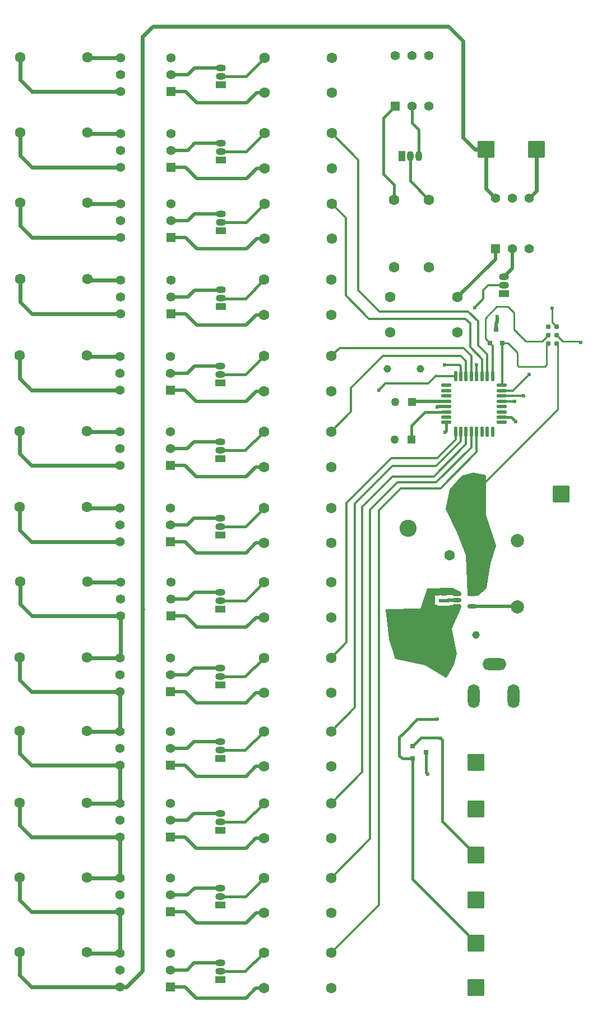
<source format=gbr>
%TF.GenerationSoftware,KiCad,Pcbnew,9.0.7*%
%TF.CreationDate,2026-01-29T13:55:36-08:00*%
%TF.ProjectId,regulator-PCB,72656775-6c61-4746-9f72-2d5043422e6b,rev?*%
%TF.SameCoordinates,Original*%
%TF.FileFunction,Copper,L1,Top*%
%TF.FilePolarity,Positive*%
%FSLAX46Y46*%
G04 Gerber Fmt 4.6, Leading zero omitted, Abs format (unit mm)*
G04 Created by KiCad (PCBNEW 9.0.7) date 2026-01-29 13:55:36*
%MOMM*%
%LPD*%
G01*
G04 APERTURE LIST*
G04 Aperture macros list*
%AMRoundRect*
0 Rectangle with rounded corners*
0 $1 Rounding radius*
0 $2 $3 $4 $5 $6 $7 $8 $9 X,Y pos of 4 corners*
0 Add a 4 corners polygon primitive as box body*
4,1,4,$2,$3,$4,$5,$6,$7,$8,$9,$2,$3,0*
0 Add four circle primitives for the rounded corners*
1,1,$1+$1,$2,$3*
1,1,$1+$1,$4,$5*
1,1,$1+$1,$6,$7*
1,1,$1+$1,$8,$9*
0 Add four rect primitives between the rounded corners*
20,1,$1+$1,$2,$3,$4,$5,0*
20,1,$1+$1,$4,$5,$6,$7,0*
20,1,$1+$1,$6,$7,$8,$9,0*
20,1,$1+$1,$8,$9,$2,$3,0*%
G04 Aperture macros list end*
%TA.AperFunction,ComponentPad*%
%ADD10C,1.600000*%
%TD*%
%TA.AperFunction,ComponentPad*%
%ADD11O,1.500000X1.050000*%
%TD*%
%TA.AperFunction,ComponentPad*%
%ADD12R,1.500000X1.050000*%
%TD*%
%TA.AperFunction,SMDPad,CuDef*%
%ADD13RoundRect,0.125000X-0.125000X-0.625000X0.125000X-0.625000X0.125000X0.625000X-0.125000X0.625000X0*%
%TD*%
%TA.AperFunction,SMDPad,CuDef*%
%ADD14RoundRect,0.125000X-0.625000X-0.125000X0.625000X-0.125000X0.625000X0.125000X-0.625000X0.125000X0*%
%TD*%
%TA.AperFunction,ComponentPad*%
%ADD15RoundRect,0.250000X1.050000X-1.050000X1.050000X1.050000X-1.050000X1.050000X-1.050000X-1.050000X0*%
%TD*%
%TA.AperFunction,ComponentPad*%
%ADD16R,1.400000X1.400000*%
%TD*%
%TA.AperFunction,ComponentPad*%
%ADD17C,1.400000*%
%TD*%
%TA.AperFunction,ComponentPad*%
%ADD18R,1.270000X1.270000*%
%TD*%
%TA.AperFunction,ComponentPad*%
%ADD19C,1.270000*%
%TD*%
%TA.AperFunction,ComponentPad*%
%ADD20C,2.000000*%
%TD*%
%TA.AperFunction,ComponentPad*%
%ADD21RoundRect,0.250000X0.550000X0.550000X-0.550000X0.550000X-0.550000X-0.550000X0.550000X-0.550000X0*%
%TD*%
%TA.AperFunction,SMDPad,CuDef*%
%ADD22R,0.800000X0.800000*%
%TD*%
%TA.AperFunction,ComponentPad*%
%ADD23C,1.150000*%
%TD*%
%TA.AperFunction,ComponentPad*%
%ADD24R,1.050000X1.500000*%
%TD*%
%TA.AperFunction,ComponentPad*%
%ADD25O,1.050000X1.500000*%
%TD*%
%TA.AperFunction,ComponentPad*%
%ADD26O,1.800000X3.600000*%
%TD*%
%TA.AperFunction,ComponentPad*%
%ADD27O,3.600000X1.800000*%
%TD*%
%TA.AperFunction,ConnectorPad*%
%ADD28C,0.787400*%
%TD*%
%TA.AperFunction,ComponentPad*%
%ADD29RoundRect,0.250000X1.050000X1.050000X-1.050000X1.050000X-1.050000X-1.050000X1.050000X-1.050000X0*%
%TD*%
%TA.AperFunction,ComponentPad*%
%ADD30C,2.600000*%
%TD*%
%TA.AperFunction,SMDPad,CuDef*%
%ADD31RoundRect,0.150000X-0.512500X-0.150000X0.512500X-0.150000X0.512500X0.150000X-0.512500X0.150000X0*%
%TD*%
%TA.AperFunction,ViaPad*%
%ADD32C,0.600000*%
%TD*%
%TA.AperFunction,Conductor*%
%ADD33C,0.300000*%
%TD*%
%TA.AperFunction,Conductor*%
%ADD34C,0.500000*%
%TD*%
%TA.AperFunction,Conductor*%
%ADD35C,0.400000*%
%TD*%
%TA.AperFunction,Conductor*%
%ADD36C,0.250000*%
%TD*%
%TA.AperFunction,Conductor*%
%ADD37C,0.600000*%
%TD*%
G04 APERTURE END LIST*
D10*
%TO.P,R2,2*%
%TO.N,Net-(Q14-B)*%
X92620000Y-75240000D03*
%TO.P,R2,1*%
%TO.N,/MinResBit*%
X82460000Y-75240000D03*
%TD*%
D11*
%TO.P,Q14,3,C*%
%TO.N,Net-(Q14-C)*%
X99600000Y-66900000D03*
%TO.P,Q14,2,B*%
%TO.N,Net-(Q14-B)*%
X99600000Y-68170000D03*
D12*
%TO.P,Q14,1,E*%
%TO.N,GND*%
X99600000Y-69440000D03*
%TD*%
D13*
%TO.P,U1,32,PB8*%
%TO.N,/Bit7*%
X92285000Y-81865000D03*
%TO.P,U1,31,PB7*%
%TO.N,/Bit6*%
X93085000Y-81865000D03*
%TO.P,U1,30,PB6*%
%TO.N,/Bit5*%
X93885000Y-81865000D03*
%TO.P,U1,29,PB5*%
%TO.N,/Bit4*%
X94685000Y-81865000D03*
%TO.P,U1,28,PB4*%
%TO.N,/Bit3*%
X95485000Y-81865000D03*
%TO.P,U1,27,PB3*%
%TO.N,/Bit2*%
X96285000Y-81865000D03*
%TO.P,U1,26,PA15*%
%TO.N,/Bit1*%
X97085000Y-81865000D03*
%TO.P,U1,25,PA14-BOOT0*%
%TO.N,Net-(D1-A{slash}K_1)*%
X97885000Y-81865000D03*
D14*
%TO.P,U1,24,PA13*%
%TO.N,Net-(D1-A{slash}K_2)*%
X99260000Y-83240000D03*
%TO.P,U1,23,PA12[PA10]*%
%TO.N,/Bit0*%
X99260000Y-84040000D03*
%TO.P,U1,22,PA11[PA9]*%
%TO.N,/MaxResBit*%
X99260000Y-84840000D03*
%TO.P,U1,21,PA10*%
%TO.N,/MinResBit*%
X99260000Y-85640000D03*
%TO.P,U1,20,PC6*%
%TO.N,unconnected-(U1-PC6-Pad20)*%
X99260000Y-86440000D03*
%TO.P,U1,19,PA9*%
%TO.N,unconnected-(U1-PA9-Pad19)*%
X99260000Y-87240000D03*
%TO.P,U1,18,PA8*%
%TO.N,/rotary-encoder-output*%
X99260000Y-88040000D03*
%TO.P,U1,17,PB2*%
%TO.N,unconnected-(U1-PB2-Pad17)*%
X99260000Y-88840000D03*
D13*
%TO.P,U1,16,PB1*%
%TO.N,unconnected-(U1-PB1-Pad16)*%
X97885000Y-90215000D03*
%TO.P,U1,15,PB0*%
%TO.N,unconnected-(U1-PB0-Pad15)*%
X97085000Y-90215000D03*
%TO.P,U1,14,PA7*%
%TO.N,unconnected-(U1-PA7-Pad14)*%
X96285000Y-90215000D03*
%TO.P,U1,13,PA6*%
%TO.N,/Bit12*%
X95485000Y-90215000D03*
%TO.P,U1,12,PA5*%
%TO.N,/Bit11*%
X94685000Y-90215000D03*
%TO.P,U1,11,PA4*%
%TO.N,/Bit10*%
X93885000Y-90215000D03*
%TO.P,U1,10,PA3*%
%TO.N,/Bit9*%
X93085000Y-90215000D03*
%TO.P,U1,9,PA2*%
%TO.N,/Bit8*%
X92285000Y-90215000D03*
D14*
%TO.P,U1,8,PA1*%
%TO.N,/FootPedalPotOutput*%
X90910000Y-88840000D03*
%TO.P,U1,7,PA0*%
%TO.N,unconnected-(U1-PA0-Pad7)*%
X90910000Y-88040000D03*
%TO.P,U1,6,PF2-NRST*%
%TO.N,Net-(J1-~{RESET})*%
X90910000Y-87240000D03*
%TO.P,U1,5,VSS/VSSA*%
%TO.N,GND*%
X90910000Y-86440000D03*
%TO.P,U1,4,VDD/VDDA*%
%TO.N,+3.3V*%
X90910000Y-85640000D03*
%TO.P,U1,3,PC15-OSCX_OUT*%
%TO.N,unconnected-(U1-PC15-OSCX_OUT-Pad3)*%
X90910000Y-84840000D03*
%TO.P,U1,2,PC14-OSCX_IN*%
%TO.N,unconnected-(U1-PC14-OSCX_IN-Pad2)*%
X90910000Y-84040000D03*
%TO.P,U1,1,PB9*%
%TO.N,unconnected-(U1-PB9-Pad1)*%
X90910000Y-83240000D03*
%TD*%
D10*
%TO.P,R19,1*%
%TO.N,+5V*%
X73500000Y-107030000D03*
%TO.P,R19,2*%
%TO.N,Net-(R19-Pad2)*%
X63340000Y-107030000D03*
%TD*%
D15*
%TO.P,J8,1,Pin_1*%
%TO.N,GND*%
X95400000Y-174100000D03*
%TD*%
D10*
%TO.P,R27,1*%
%TO.N,Net-(Q10-B)*%
X63330000Y-146270000D03*
%TO.P,R27,2*%
%TO.N,/Bit10*%
X73490000Y-146270000D03*
%TD*%
D12*
%TO.P,Q3,1,E*%
%TO.N,GND*%
X56830000Y-59910000D03*
D11*
%TO.P,Q3,2,B*%
%TO.N,Net-(Q3-B)*%
X56830000Y-58640000D03*
%TO.P,Q3,3,C*%
%TO.N,Net-(Q3-C)*%
X56830000Y-57370000D03*
%TD*%
D10*
%TO.P,R37,1*%
%TO.N,/Line-R10*%
X26440000Y-124240000D03*
%TO.P,R37,2*%
%TO.N,/Line-R9*%
X36600000Y-124240000D03*
%TD*%
D12*
%TO.P,Q11,1,E*%
%TO.N,GND*%
X56730000Y-139510000D03*
D11*
%TO.P,Q11,2,B*%
%TO.N,Net-(Q11-B)*%
X56730000Y-138240000D03*
%TO.P,Q11,3,C*%
%TO.N,Net-(Q11-C)*%
X56730000Y-136970000D03*
%TD*%
D10*
%TO.P,R26,1*%
%TO.N,Net-(Q11-B)*%
X63330000Y-135440000D03*
%TO.P,R26,2*%
%TO.N,/Bit9*%
X73490000Y-135440000D03*
%TD*%
D12*
%TO.P,Q7,1,E*%
%TO.N,GND*%
X56740000Y-105800000D03*
D11*
%TO.P,Q7,2,B*%
%TO.N,Net-(Q7-B)*%
X56740000Y-104530000D03*
%TO.P,Q7,3,C*%
%TO.N,Net-(Q7-C)*%
X56740000Y-103260000D03*
%TD*%
D10*
%TO.P,R28,1*%
%TO.N,Net-(Q9-B)*%
X63360000Y-157540000D03*
%TO.P,R28,2*%
%TO.N,/Bit11*%
X73520000Y-157540000D03*
%TD*%
%TO.P,R3,1*%
%TO.N,/Line-R1*%
X26560000Y-33740000D03*
%TO.P,R3,2*%
%TO.N,/Line-R2*%
X36720000Y-33740000D03*
%TD*%
D15*
%TO.P,J10,1,Pin_1*%
%TO.N,+3.3V*%
X95350000Y-160850000D03*
%TD*%
D16*
%TO.P,U7,1*%
%TO.N,Net-(R17-Pad2)*%
X49270000Y-83940000D03*
D17*
%TO.P,U7,2*%
%TO.N,Net-(Q5-C)*%
X49270000Y-81400000D03*
%TO.P,U7,3*%
%TO.N,N/C*%
X49270000Y-78860000D03*
%TO.P,U7,4*%
%TO.N,/Line-R6*%
X41650000Y-78860000D03*
%TO.P,U7,5*%
%TO.N,/Line-NC5*%
X41650000Y-81400000D03*
%TO.P,U7,6*%
%TO.N,/Line-R5*%
X41650000Y-83940000D03*
%TD*%
D10*
%TO.P,R31,1*%
%TO.N,+5V*%
X73490000Y-151570000D03*
%TO.P,R31,2*%
%TO.N,Net-(R31-Pad2)*%
X63330000Y-151570000D03*
%TD*%
%TO.P,R8,1*%
%TO.N,Net-(Q2-B)*%
X63440000Y-45230000D03*
%TO.P,R8,2*%
%TO.N,/Bit1*%
X73600000Y-45230000D03*
%TD*%
%TO.P,R32,1*%
%TO.N,+5V*%
X73490000Y-140740000D03*
%TO.P,R32,2*%
%TO.N,Net-(R32-Pad2)*%
X63330000Y-140740000D03*
%TD*%
D18*
%TO.P,C3,1*%
%TO.N,Net-(J1-~{RESET})*%
X85625000Y-91440000D03*
D19*
%TO.P,C3,2*%
%TO.N,GND*%
X83085000Y-91440000D03*
%TD*%
D12*
%TO.P,Q13,1,E*%
%TO.N,GND*%
X56790000Y-117010000D03*
D11*
%TO.P,Q13,2,B*%
%TO.N,Net-(Q13-B)*%
X56790000Y-115740000D03*
%TO.P,Q13,3,C*%
%TO.N,Net-(Q13-C)*%
X56790000Y-114470000D03*
%TD*%
D16*
%TO.P,U9,1*%
%TO.N,Net-(R19-Pad2)*%
X49250000Y-106830000D03*
D17*
%TO.P,U9,2*%
%TO.N,Net-(Q7-C)*%
X49250000Y-104290000D03*
%TO.P,U9,3*%
%TO.N,N/C*%
X49250000Y-101750000D03*
%TO.P,U9,4*%
%TO.N,/Line-R8*%
X41630000Y-101750000D03*
%TO.P,U9,5*%
%TO.N,/Line-NC7*%
X41630000Y-104290000D03*
%TO.P,U9,6*%
%TO.N,/Line-R7*%
X41630000Y-106830000D03*
%TD*%
D10*
%TO.P,R43,1*%
%TO.N,Net-(Q8-B)*%
X63330000Y-168840000D03*
%TO.P,R43,2*%
%TO.N,/Bit12*%
X73490000Y-168840000D03*
%TD*%
%TO.P,R13,1*%
%TO.N,Net-(Q3-B)*%
X63430000Y-55840000D03*
%TO.P,R13,2*%
%TO.N,/Bit2*%
X73590000Y-55840000D03*
%TD*%
%TO.P,R42,1*%
%TO.N,Net-(R42-Pad1)*%
X83000000Y-55240000D03*
%TO.P,R42,2*%
%TO.N,+5V*%
X83000000Y-65400000D03*
%TD*%
%TO.P,R34,1*%
%TO.N,+5V*%
X73550000Y-118240000D03*
%TO.P,R34,2*%
%TO.N,Net-(R34-Pad2)*%
X63390000Y-118240000D03*
%TD*%
D20*
%TO.P,C4,1*%
%TO.N,Net-(U2-BP)*%
X101640000Y-116640000D03*
%TO.P,C4,2*%
%TO.N,GND*%
X101640000Y-106640000D03*
%TD*%
D10*
%TO.P,R39,1*%
%TO.N,/Line-R12*%
X26450000Y-146170000D03*
%TO.P,R39,2*%
%TO.N,/Line-R11*%
X36610000Y-146170000D03*
%TD*%
D16*
%TO.P,U10,1*%
%TO.N,Net-(R29-Pad2)*%
X49240000Y-173940000D03*
D17*
%TO.P,U10,2*%
%TO.N,Net-(Q8-C)*%
X49240000Y-171400000D03*
%TO.P,U10,3*%
%TO.N,N/C*%
X49240000Y-168860000D03*
%TO.P,U10,4*%
%TO.N,/Line-R13*%
X41620000Y-168860000D03*
%TO.P,U10,5*%
%TO.N,/Line-NC12*%
X41620000Y-171400000D03*
%TO.P,U10,6*%
%TO.N,/Line-R-In*%
X41620000Y-173940000D03*
%TD*%
D21*
%TO.P,C5,1*%
%TO.N,+3.3V*%
X96390000Y-108890000D03*
D10*
%TO.P,C5,2*%
%TO.N,GND*%
X91390000Y-108890000D03*
%TD*%
D22*
%TO.P,D1,1,A/K_1*%
%TO.N,Net-(D1-A{slash}K_1)*%
X97490000Y-76860000D03*
%TO.P,D1,2,A/K_2*%
%TO.N,Net-(D1-A{slash}K_2)*%
X99390000Y-76860000D03*
%TO.P,D1,3,COM_A*%
%TO.N,GND*%
X98440000Y-74840000D03*
%TD*%
D10*
%TO.P,R15,1*%
%TO.N,Net-(Q5-B)*%
X63360000Y-78840000D03*
%TO.P,R15,2*%
%TO.N,/Bit4*%
X73520000Y-78840000D03*
%TD*%
D16*
%TO.P,U12,1*%
%TO.N,Net-(R31-Pad2)*%
X49240000Y-151370000D03*
D17*
%TO.P,U12,2*%
%TO.N,Net-(Q10-C)*%
X49240000Y-148830000D03*
%TO.P,U12,3*%
%TO.N,N/C*%
X49240000Y-146290000D03*
%TO.P,U12,4*%
%TO.N,/Line-R11*%
X41620000Y-146290000D03*
%TO.P,U12,5*%
%TO.N,/Line-NC10*%
X41620000Y-148830000D03*
%TO.P,U12,6*%
%TO.N,/Line-R12*%
X41620000Y-151370000D03*
%TD*%
D12*
%TO.P,Q2,1,E*%
%TO.N,GND*%
X56840000Y-49280000D03*
D11*
%TO.P,Q2,2,B*%
%TO.N,Net-(Q2-B)*%
X56840000Y-48010000D03*
%TO.P,Q2,3,C*%
%TO.N,Net-(Q2-C)*%
X56840000Y-46740000D03*
%TD*%
D12*
%TO.P,Q10,1,E*%
%TO.N,GND*%
X56730000Y-150340000D03*
D11*
%TO.P,Q10,2,B*%
%TO.N,Net-(Q10-B)*%
X56730000Y-149070000D03*
%TO.P,Q10,3,C*%
%TO.N,Net-(Q10-C)*%
X56730000Y-147800000D03*
%TD*%
D10*
%TO.P,R1,1*%
%TO.N,+5V*%
X73600000Y-39140000D03*
%TO.P,R1,2*%
%TO.N,Net-(R1-Pad2)*%
X63440000Y-39140000D03*
%TD*%
%TO.P,R16,1*%
%TO.N,/Line-R5*%
X26480000Y-78740000D03*
%TO.P,R16,2*%
%TO.N,/Line-R6*%
X36640000Y-78740000D03*
%TD*%
D15*
%TO.P,J9,1,Pin_1*%
%TO.N,/rotary-encoder-output*%
X95400000Y-167350000D03*
%TD*%
D10*
%TO.P,R14,1*%
%TO.N,Net-(Q4-B)*%
X63390000Y-67340000D03*
%TO.P,R14,2*%
%TO.N,/Bit3*%
X73550000Y-67340000D03*
%TD*%
%TO.P,R20,1*%
%TO.N,/Line-R6*%
X26450000Y-90140000D03*
%TO.P,R20,2*%
%TO.N,/Line-R7*%
X36610000Y-90140000D03*
%TD*%
D12*
%TO.P,Q5,1,E*%
%TO.N,GND*%
X56740000Y-82880000D03*
D11*
%TO.P,Q5,2,B*%
%TO.N,Net-(Q5-B)*%
X56740000Y-81610000D03*
%TO.P,Q5,3,C*%
%TO.N,Net-(Q5-C)*%
X56740000Y-80340000D03*
%TD*%
D10*
%TO.P,R18,1*%
%TO.N,+5V*%
X73490000Y-95540000D03*
%TO.P,R18,2*%
%TO.N,Net-(R18-Pad2)*%
X63330000Y-95540000D03*
%TD*%
D23*
%TO.P,C2,1*%
%TO.N,+3.3V*%
X87000000Y-80800000D03*
%TO.P,C2,2*%
%TO.N,GND*%
X82000000Y-80800000D03*
%TD*%
D12*
%TO.P,Q1,1,E*%
%TO.N,GND*%
X56840000Y-37910000D03*
D11*
%TO.P,Q1,2,B*%
%TO.N,Net-(Q1-B)*%
X56840000Y-36640000D03*
%TO.P,Q1,3,C*%
%TO.N,Net-(Q1-C)*%
X56840000Y-35370000D03*
%TD*%
D12*
%TO.P,Q9,1,E*%
%TO.N,GND*%
X56760000Y-161610000D03*
D11*
%TO.P,Q9,2,B*%
%TO.N,Net-(Q9-B)*%
X56760000Y-160340000D03*
%TO.P,Q9,3,C*%
%TO.N,Net-(Q9-C)*%
X56760000Y-159070000D03*
%TD*%
D16*
%TO.P,U13,1*%
%TO.N,Net-(R32-Pad2)*%
X49240000Y-140540000D03*
D17*
%TO.P,U13,2*%
%TO.N,Net-(Q11-C)*%
X49240000Y-138000000D03*
%TO.P,U13,3*%
%TO.N,N/C*%
X49240000Y-135460000D03*
%TO.P,U13,4*%
%TO.N,/Line-R10*%
X41620000Y-135460000D03*
%TO.P,U13,5*%
%TO.N,/Line-NC15*%
X41620000Y-138000000D03*
%TO.P,U13,6*%
%TO.N,/Line-R11*%
X41620000Y-140540000D03*
%TD*%
D16*
%TO.P,U11,1*%
%TO.N,Net-(R30-Pad2)*%
X49270000Y-162640000D03*
D17*
%TO.P,U11,2*%
%TO.N,Net-(Q9-C)*%
X49270000Y-160100000D03*
%TO.P,U11,3*%
%TO.N,N/C*%
X49270000Y-157560000D03*
%TO.P,U11,4*%
%TO.N,/Line-R12*%
X41650000Y-157560000D03*
%TO.P,U11,5*%
%TO.N,/Line-NC11*%
X41650000Y-160100000D03*
%TO.P,U11,6*%
%TO.N,/Line-R13*%
X41650000Y-162640000D03*
%TD*%
D18*
%TO.P,C1,1*%
%TO.N,+3.3V*%
X85725000Y-85740000D03*
D19*
%TO.P,C1,2*%
%TO.N,GND*%
X83185000Y-85740000D03*
%TD*%
D10*
%TO.P,R21,1*%
%TO.N,/Line-R7*%
X26460000Y-101630000D03*
%TO.P,R21,2*%
%TO.N,/Line-R8*%
X36620000Y-101630000D03*
%TD*%
%TO.P,R23,1*%
%TO.N,Net-(Q7-B)*%
X63340000Y-101730000D03*
%TO.P,R23,2*%
%TO.N,/Bit6*%
X73500000Y-101730000D03*
%TD*%
%TO.P,R33,1*%
%TO.N,+5V*%
X73490000Y-129640000D03*
%TO.P,R33,2*%
%TO.N,Net-(R33-Pad2)*%
X63330000Y-129640000D03*
%TD*%
D24*
%TO.P,Q15,1,E*%
%TO.N,GND*%
X84230000Y-48640000D03*
D25*
%TO.P,Q15,2,B*%
%TO.N,Net-(Q15-B)*%
X85500000Y-48640000D03*
%TO.P,Q15,3,C*%
%TO.N,Net-(Q15-C)*%
X86770000Y-48640000D03*
%TD*%
D15*
%TO.P,J5,1,Pin_1*%
%TO.N,+3.3V*%
X95350000Y-147100000D03*
%TD*%
D10*
%TO.P,R38,1*%
%TO.N,/Line-R11*%
X26450000Y-135340000D03*
%TO.P,R38,2*%
%TO.N,/Line-R10*%
X36610000Y-135340000D03*
%TD*%
D26*
%TO.P,J2,1*%
%TO.N,+5V*%
X95027500Y-130115000D03*
%TO.P,J2,2*%
%TO.N,GND*%
X101027500Y-130115000D03*
D27*
%TO.P,J2,3*%
%TO.N,unconnected-(J2-Pad3)*%
X98127500Y-125315000D03*
%TD*%
D16*
%TO.P,U17,1*%
%TO.N,Net-(R42-Pad1)*%
X83200000Y-41150000D03*
D17*
%TO.P,U17,2*%
%TO.N,Net-(Q15-C)*%
X85740000Y-41150000D03*
%TO.P,U17,3*%
%TO.N,N/C*%
X88280000Y-41150000D03*
%TO.P,U17,4*%
%TO.N,/Line-R1*%
X88280000Y-33530000D03*
%TO.P,U17,5*%
%TO.N,/Line-NC13*%
X85740000Y-33530000D03*
%TO.P,U17,6*%
%TO.N,/Line-R-Out*%
X83200000Y-33530000D03*
%TD*%
D10*
%TO.P,R7,1*%
%TO.N,Net-(Q1-B)*%
X63440000Y-33840000D03*
%TO.P,R7,2*%
%TO.N,/Bit0*%
X73600000Y-33840000D03*
%TD*%
%TO.P,R5,1*%
%TO.N,+5V*%
X73600000Y-50530000D03*
%TO.P,R5,2*%
%TO.N,Net-(R5-Pad2)*%
X63440000Y-50530000D03*
%TD*%
%TO.P,R25,1*%
%TO.N,Net-(Q12-B)*%
X63330000Y-124340000D03*
%TO.P,R25,2*%
%TO.N,/Bit8*%
X73490000Y-124340000D03*
%TD*%
D28*
%TO.P,J1,1,VCC*%
%TO.N,+3.3V*%
X107540000Y-76940000D03*
%TO.P,J1,2,SWDIO*%
%TO.N,Net-(D1-A{slash}K_2)*%
X106270000Y-76940000D03*
%TO.P,J1,3,~{RESET}*%
%TO.N,Net-(J1-~{RESET})*%
X107540000Y-75670000D03*
%TO.P,J1,4,SWCLK*%
%TO.N,Net-(D1-A{slash}K_1)*%
X106270000Y-75670000D03*
%TO.P,J1,5,GND*%
%TO.N,GND*%
X107540000Y-74400000D03*
%TO.P,J1,6,SWO*%
%TO.N,unconnected-(J1-SWO-Pad6)*%
X106270000Y-74400000D03*
%TD*%
D10*
%TO.P,R12,1*%
%TO.N,/Line-R4*%
X26510000Y-67240000D03*
%TO.P,R12,2*%
%TO.N,/Line-R5*%
X36670000Y-67240000D03*
%TD*%
D29*
%TO.P,J6,1,Pin_1*%
%TO.N,/Line-R-In*%
X96940000Y-47690000D03*
%TD*%
D10*
%TO.P,R9,1*%
%TO.N,+5V*%
X73590000Y-61140000D03*
%TO.P,R9,2*%
%TO.N,Net-(R9-Pad2)*%
X63430000Y-61140000D03*
%TD*%
D16*
%TO.P,U4,1*%
%TO.N,Net-(R5-Pad2)*%
X49350000Y-50330000D03*
D17*
%TO.P,U4,2*%
%TO.N,Net-(Q2-C)*%
X49350000Y-47790000D03*
%TO.P,U4,3*%
%TO.N,N/C*%
X49350000Y-45250000D03*
%TO.P,U4,4*%
%TO.N,/Line-R3*%
X41730000Y-45250000D03*
%TO.P,U4,5*%
%TO.N,/Line-NC2*%
X41730000Y-47790000D03*
%TO.P,U4,6*%
%TO.N,/Line-R2*%
X41730000Y-50330000D03*
%TD*%
D16*
%TO.P,U16,1*%
%TO.N,Net-(R35-Pad1)*%
X98350000Y-62650000D03*
D17*
%TO.P,U16,2*%
%TO.N,Net-(Q14-C)*%
X100890000Y-62650000D03*
%TO.P,U16,3*%
%TO.N,N/C*%
X103430000Y-62650000D03*
%TO.P,U16,4*%
%TO.N,/Line-R-Out*%
X103430000Y-55030000D03*
%TO.P,U16,5*%
%TO.N,/Line-NC14*%
X100890000Y-55030000D03*
%TO.P,U16,6*%
%TO.N,/Line-R-In*%
X98350000Y-55030000D03*
%TD*%
D15*
%TO.P,J3,1,Pin_1*%
%TO.N,/FootPedalPotOutput*%
X95350000Y-154100000D03*
%TD*%
D12*
%TO.P,Q12,1,E*%
%TO.N,GND*%
X56730000Y-128410000D03*
D11*
%TO.P,Q12,2,B*%
%TO.N,Net-(Q12-B)*%
X56730000Y-127140000D03*
%TO.P,Q12,3,C*%
%TO.N,Net-(Q12-C)*%
X56730000Y-125870000D03*
%TD*%
D22*
%TO.P,D2,1,A/K_1*%
%TO.N,/FootPedalPotOutput*%
X85790000Y-137650000D03*
%TO.P,D2,2,A/K_2*%
%TO.N,/rotary-encoder-output*%
X85790000Y-139550000D03*
%TO.P,D2,3,COM_A*%
%TO.N,GND*%
X87810000Y-138600000D03*
%TD*%
D10*
%TO.P,R22,1*%
%TO.N,Net-(Q6-B)*%
X63330000Y-90240000D03*
%TO.P,R22,2*%
%TO.N,/Bit5*%
X73490000Y-90240000D03*
%TD*%
%TO.P,R10,1*%
%TO.N,+5V*%
X73550000Y-72640000D03*
%TO.P,R10,2*%
%TO.N,Net-(R10-Pad2)*%
X63390000Y-72640000D03*
%TD*%
D16*
%TO.P,U8,1*%
%TO.N,Net-(R18-Pad2)*%
X49240000Y-95340000D03*
D17*
%TO.P,U8,2*%
%TO.N,Net-(Q6-C)*%
X49240000Y-92800000D03*
%TO.P,U8,3*%
%TO.N,N/C*%
X49240000Y-90260000D03*
%TO.P,U8,4*%
%TO.N,/Line-R7*%
X41620000Y-90260000D03*
%TO.P,U8,5*%
%TO.N,/Line-NC6*%
X41620000Y-92800000D03*
%TO.P,U8,6*%
%TO.N,/Line-R6*%
X41620000Y-95340000D03*
%TD*%
D29*
%TO.P,D4,1,A1*%
%TO.N,GND*%
X108260000Y-99640000D03*
D30*
%TO.P,D4,2,A2*%
%TO.N,+3.3V*%
X93020000Y-99640000D03*
%TD*%
D15*
%TO.P,J4,1,Pin_1*%
%TO.N,GND*%
X95350000Y-140100000D03*
%TD*%
D10*
%TO.P,R29,1*%
%TO.N,+5V*%
X73490000Y-174140000D03*
%TO.P,R29,2*%
%TO.N,Net-(R29-Pad2)*%
X63330000Y-174140000D03*
%TD*%
D16*
%TO.P,U14,1*%
%TO.N,Net-(R33-Pad2)*%
X49240000Y-129440000D03*
D17*
%TO.P,U14,2*%
%TO.N,Net-(Q12-C)*%
X49240000Y-126900000D03*
%TO.P,U14,3*%
%TO.N,N/C*%
X49240000Y-124360000D03*
%TO.P,U14,4*%
%TO.N,/Line-R9*%
X41620000Y-124360000D03*
%TO.P,U14,5*%
%TO.N,/Line-NC9*%
X41620000Y-126900000D03*
%TO.P,U14,6*%
%TO.N,/Line-R10*%
X41620000Y-129440000D03*
%TD*%
D15*
%TO.P,D3,1,A1*%
%TO.N,+5V*%
X85140000Y-120010000D03*
D30*
%TO.P,D3,2,A2*%
%TO.N,GND*%
X85140000Y-104770000D03*
%TD*%
D10*
%TO.P,R36,1*%
%TO.N,/Line-R9*%
X26540000Y-112840000D03*
%TO.P,R36,2*%
%TO.N,/Line-R8*%
X36700000Y-112840000D03*
%TD*%
D16*
%TO.P,U6,1*%
%TO.N,Net-(R10-Pad2)*%
X49300000Y-72440000D03*
D17*
%TO.P,U6,2*%
%TO.N,Net-(Q4-C)*%
X49300000Y-69900000D03*
%TO.P,U6,3*%
%TO.N,N/C*%
X49300000Y-67360000D03*
%TO.P,U6,4*%
%TO.N,/Line-R5*%
X41680000Y-67360000D03*
%TO.P,U6,5*%
%TO.N,/Line-NC4*%
X41680000Y-69900000D03*
%TO.P,U6,6*%
%TO.N,/Line-R4*%
X41680000Y-72440000D03*
%TD*%
D12*
%TO.P,Q6,1,E*%
%TO.N,GND*%
X56730000Y-94310000D03*
D11*
%TO.P,Q6,2,B*%
%TO.N,Net-(Q6-B)*%
X56730000Y-93040000D03*
%TO.P,Q6,3,C*%
%TO.N,Net-(Q6-C)*%
X56730000Y-91770000D03*
%TD*%
D31*
%TO.P,U2,1,VIN*%
%TO.N,+5V*%
X92502500Y-114690000D03*
%TO.P,U2,2,GND*%
%TO.N,GND*%
X92502500Y-115640000D03*
%TO.P,U2,3,ON/~{OFF}*%
%TO.N,+5V*%
X92502500Y-116590000D03*
%TO.P,U2,4,BP*%
%TO.N,Net-(U2-BP)*%
X94777500Y-116590000D03*
%TO.P,U2,5,VOUT*%
%TO.N,+3.3V*%
X94777500Y-114690000D03*
%TD*%
D10*
%TO.P,R35,1*%
%TO.N,Net-(R35-Pad1)*%
X92620000Y-69940000D03*
%TO.P,R35,2*%
%TO.N,+5V*%
X82460000Y-69940000D03*
%TD*%
D16*
%TO.P,U5,1*%
%TO.N,Net-(R9-Pad2)*%
X49340000Y-60940000D03*
D17*
%TO.P,U5,2*%
%TO.N,Net-(Q3-C)*%
X49340000Y-58400000D03*
%TO.P,U5,3*%
%TO.N,N/C*%
X49340000Y-55860000D03*
%TO.P,U5,4*%
%TO.N,/Line-R4*%
X41720000Y-55860000D03*
%TO.P,U5,5*%
%TO.N,/Line-NC3*%
X41720000Y-58400000D03*
%TO.P,U5,6*%
%TO.N,/Line-R3*%
X41720000Y-60940000D03*
%TD*%
D29*
%TO.P,J7,1,Pin_1*%
%TO.N,/Line-R-Out*%
X104540000Y-47690000D03*
%TD*%
D12*
%TO.P,Q4,1,E*%
%TO.N,GND*%
X56840000Y-71380000D03*
D11*
%TO.P,Q4,2,B*%
%TO.N,Net-(Q4-B)*%
X56840000Y-70110000D03*
%TO.P,Q4,3,C*%
%TO.N,Net-(Q4-C)*%
X56840000Y-68840000D03*
%TD*%
D12*
%TO.P,Q8,1,E*%
%TO.N,GND*%
X56730000Y-172910000D03*
D11*
%TO.P,Q8,2,B*%
%TO.N,Net-(Q8-B)*%
X56730000Y-171640000D03*
%TO.P,Q8,3,C*%
%TO.N,Net-(Q8-C)*%
X56730000Y-170370000D03*
%TD*%
D10*
%TO.P,R6,1*%
%TO.N,/Line-R2*%
X26560000Y-45130000D03*
%TO.P,R6,2*%
%TO.N,/Line-R3*%
X36720000Y-45130000D03*
%TD*%
%TO.P,R24,1*%
%TO.N,Net-(Q13-B)*%
X63390000Y-112940000D03*
%TO.P,R24,2*%
%TO.N,/Bit7*%
X73550000Y-112940000D03*
%TD*%
D16*
%TO.P,U3,1*%
%TO.N,Net-(R1-Pad2)*%
X49350000Y-38940000D03*
D17*
%TO.P,U3,2*%
%TO.N,Net-(Q1-C)*%
X49350000Y-36400000D03*
%TO.P,U3,3*%
%TO.N,N/C*%
X49350000Y-33860000D03*
%TO.P,U3,4*%
%TO.N,/Line-R2*%
X41730000Y-33860000D03*
%TO.P,U3,5*%
%TO.N,/Line-NC1*%
X41730000Y-36400000D03*
%TO.P,U3,6*%
%TO.N,/Line-R1*%
X41730000Y-38940000D03*
%TD*%
D10*
%TO.P,R30,1*%
%TO.N,+5V*%
X73520000Y-162840000D03*
%TO.P,R30,2*%
%TO.N,Net-(R30-Pad2)*%
X63360000Y-162840000D03*
%TD*%
%TO.P,R4,1*%
%TO.N,/MaxResBit*%
X88300000Y-65400000D03*
%TO.P,R4,2*%
%TO.N,Net-(Q15-B)*%
X88300000Y-55240000D03*
%TD*%
%TO.P,R41,1*%
%TO.N,/Line-R-In*%
X26450000Y-168740000D03*
%TO.P,R41,2*%
%TO.N,/Line-R13*%
X36610000Y-168740000D03*
%TD*%
D23*
%TO.P,C6,1*%
%TO.N,+5V*%
X90390000Y-120890000D03*
%TO.P,C6,2*%
%TO.N,GND*%
X95390000Y-120890000D03*
%TD*%
D16*
%TO.P,U15,1*%
%TO.N,Net-(R34-Pad2)*%
X49300000Y-118040000D03*
D17*
%TO.P,U15,2*%
%TO.N,Net-(Q13-C)*%
X49300000Y-115500000D03*
%TO.P,U15,3*%
%TO.N,N/C*%
X49300000Y-112960000D03*
%TO.P,U15,4*%
%TO.N,/Line-R8*%
X41680000Y-112960000D03*
%TO.P,U15,5*%
%TO.N,/Line-NC8*%
X41680000Y-115500000D03*
%TO.P,U15,6*%
%TO.N,/Line-R9*%
X41680000Y-118040000D03*
%TD*%
D10*
%TO.P,R40,1*%
%TO.N,/Line-R13*%
X26480000Y-157440000D03*
%TO.P,R40,2*%
%TO.N,/Line-R12*%
X36640000Y-157440000D03*
%TD*%
%TO.P,R17,1*%
%TO.N,+5V*%
X73520000Y-84140000D03*
%TO.P,R17,2*%
%TO.N,Net-(R17-Pad2)*%
X63360000Y-84140000D03*
%TD*%
%TO.P,R11,1*%
%TO.N,/Line-R3*%
X26550000Y-55740000D03*
%TO.P,R11,2*%
%TO.N,/Line-R4*%
X36710000Y-55740000D03*
%TD*%
D32*
%TO.N,GND*%
X89500000Y-86500000D03*
%TO.N,Net-(Q14-B)*%
X95200000Y-71500000D03*
%TO.N,/MinResBit*%
X101200000Y-85640000D03*
%TO.N,/MaxResBit*%
X102600000Y-84800000D03*
%TO.N,/Bit0*%
X103400000Y-81600000D03*
%TO.N,/Bit3*%
X95485000Y-80200000D03*
%TO.N,/Bit6*%
X90600000Y-80200000D03*
%TO.N,/Bit7*%
X80700000Y-84000000D03*
%TO.N,/rotary-encoder-output*%
X101400000Y-88700000D03*
X89500000Y-133600000D03*
%TO.N,/FootPedalPotOutput*%
X90700000Y-90300000D03*
X90050000Y-136450000D03*
%TO.N,GND*%
X88100000Y-141900000D03*
%TO.N,Net-(J1-~{RESET})*%
X111200000Y-76800000D03*
%TO.N,+3.3V*%
X88000000Y-85640000D03*
X95600000Y-98200000D03*
X93700000Y-101700000D03*
X95200000Y-100600000D03*
X95000000Y-96900000D03*
%TO.N,GND*%
X90000000Y-115700000D03*
%TO.N,+5V*%
X88800000Y-114400000D03*
%TO.N,GND*%
X91100000Y-115700000D03*
%TO.N,+5V*%
X89500000Y-123200000D03*
X85800000Y-124300000D03*
X82400000Y-117600000D03*
X90900000Y-114500000D03*
X88200000Y-115600000D03*
X88800000Y-119800000D03*
X83700000Y-122800000D03*
X90600000Y-125000000D03*
X87400000Y-122900000D03*
X91800000Y-118200000D03*
X90400000Y-117600000D03*
X88600000Y-117400000D03*
%TO.N,GND*%
X106900000Y-71600000D03*
X98600000Y-72900000D03*
%TD*%
D33*
%TO.N,Net-(Q14-B)*%
X96500000Y-68900000D02*
X97230000Y-68170000D01*
X97230000Y-68170000D02*
X99600000Y-68170000D01*
X96500000Y-70200000D02*
X96500000Y-68900000D01*
X95200000Y-71500000D02*
X96500000Y-70200000D01*
D34*
%TO.N,Net-(Q14-C)*%
X100890000Y-65610000D02*
X99600000Y-66900000D01*
X100890000Y-62650000D02*
X100890000Y-65610000D01*
D35*
%TO.N,/FootPedalPotOutput*%
X94090000Y-152840000D02*
X95350000Y-154100000D01*
X94090000Y-152790000D02*
X94090000Y-152840000D01*
D34*
%TO.N,GND*%
X89560000Y-86440000D02*
X89500000Y-86500000D01*
X90910000Y-86440000D02*
X89560000Y-86440000D01*
D33*
%TO.N,/MaxResBit*%
X102560000Y-84840000D02*
X99260000Y-84840000D01*
X102600000Y-84800000D02*
X102560000Y-84840000D01*
%TO.N,/MinResBit*%
X101200000Y-85640000D02*
X99260000Y-85640000D01*
D34*
%TO.N,GND*%
X98600000Y-72900000D02*
X98600000Y-73700000D01*
X98600000Y-73700000D02*
X98440000Y-73860000D01*
X98440000Y-73860000D02*
X98440000Y-74840000D01*
D33*
%TO.N,/Bit0*%
X100960000Y-84040000D02*
X99260000Y-84040000D01*
X103400000Y-81600000D02*
X100960000Y-84040000D01*
%TO.N,/Bit1*%
X77600000Y-49230000D02*
X73600000Y-45230000D01*
X77600000Y-68900000D02*
X77600000Y-49230000D01*
X80800000Y-72100000D02*
X77600000Y-68900000D01*
X94200000Y-72100000D02*
X80800000Y-72100000D01*
X95700000Y-73600000D02*
X94200000Y-72100000D01*
X95700000Y-77200000D02*
X95700000Y-73600000D01*
X97100000Y-78600000D02*
X95700000Y-77200000D01*
X97100000Y-80100000D02*
X97100000Y-78600000D01*
X97085000Y-80115000D02*
X97100000Y-80100000D01*
X97085000Y-81865000D02*
X97085000Y-80115000D01*
%TO.N,/Bit2*%
X79200000Y-73200000D02*
X75700000Y-69700000D01*
X93800000Y-73200000D02*
X79200000Y-73200000D01*
X75700000Y-57950000D02*
X73590000Y-55840000D01*
X94500000Y-73900000D02*
X93800000Y-73200000D01*
X75700000Y-69700000D02*
X75700000Y-57950000D01*
X96285000Y-79285000D02*
X94500000Y-77500000D01*
X94500000Y-77500000D02*
X94500000Y-73900000D01*
X96285000Y-81865000D02*
X96285000Y-79285000D01*
%TO.N,/Bit3*%
X95485000Y-80200000D02*
X95485000Y-81865000D01*
%TO.N,/Bit4*%
X94685000Y-78785000D02*
X93500000Y-77600000D01*
X74760000Y-77600000D02*
X73520000Y-78840000D01*
X94685000Y-81865000D02*
X94685000Y-78785000D01*
X93500000Y-77600000D02*
X74760000Y-77600000D01*
%TO.N,/Bit5*%
X76500000Y-83600000D02*
X76500000Y-87230000D01*
X76500000Y-87230000D02*
X73490000Y-90240000D01*
X93885000Y-79585000D02*
X93100000Y-78800000D01*
X93100000Y-78800000D02*
X81300000Y-78800000D01*
X81300000Y-78800000D02*
X76500000Y-83600000D01*
X93885000Y-81865000D02*
X93885000Y-79585000D01*
%TO.N,/Bit6*%
X92900000Y-80200000D02*
X90600000Y-80200000D01*
X93085000Y-80385000D02*
X92900000Y-80200000D01*
X93085000Y-81865000D02*
X93085000Y-80385000D01*
%TO.N,/Bit7*%
X81700000Y-83000000D02*
X80700000Y-84000000D01*
X87900000Y-83000000D02*
X81700000Y-83000000D01*
X89400000Y-81800000D02*
X88200000Y-83000000D01*
X89465000Y-81865000D02*
X89400000Y-81800000D01*
X88200000Y-83000000D02*
X87900000Y-83000000D01*
X92285000Y-81865000D02*
X89465000Y-81865000D01*
%TO.N,/Bit9*%
X77100000Y-131830000D02*
X73490000Y-135440000D01*
X82800000Y-95400000D02*
X77100000Y-101100000D01*
X89400000Y-95400000D02*
X82800000Y-95400000D01*
X93100000Y-91700000D02*
X89400000Y-95400000D01*
X93100000Y-90215000D02*
X93100000Y-91700000D01*
X77100000Y-101100000D02*
X77100000Y-131830000D01*
X93085000Y-90215000D02*
X93100000Y-90215000D01*
%TO.N,/Bit10*%
X93885000Y-92115000D02*
X93885000Y-90215000D01*
X89000000Y-97000000D02*
X93885000Y-92115000D01*
X82800000Y-97000000D02*
X89000000Y-97000000D01*
X78200000Y-141560000D02*
X78200000Y-101600000D01*
X73490000Y-146270000D02*
X78200000Y-141560000D01*
X78200000Y-101600000D02*
X82800000Y-97000000D01*
%TO.N,/Bit11*%
X79400000Y-151660000D02*
X73520000Y-157540000D01*
X79400000Y-102000000D02*
X79400000Y-151660000D01*
X83500000Y-97900000D02*
X79400000Y-102000000D01*
X89400000Y-97900000D02*
X83500000Y-97900000D01*
X94685000Y-92615000D02*
X89400000Y-97900000D01*
X94685000Y-90215000D02*
X94685000Y-92615000D01*
%TO.N,/Bit12*%
X80700000Y-161630000D02*
X73490000Y-168840000D01*
X90000000Y-98800000D02*
X84000000Y-98800000D01*
X84000000Y-98800000D02*
X80700000Y-102100000D01*
X95485000Y-93315000D02*
X90000000Y-98800000D01*
X95485000Y-90215000D02*
X95485000Y-93315000D01*
X80700000Y-102100000D02*
X80700000Y-161630000D01*
%TO.N,/Bit8*%
X75800000Y-122030000D02*
X73490000Y-124340000D01*
X75800000Y-101000000D02*
X75800000Y-122030000D01*
X89500000Y-94200000D02*
X82600000Y-94200000D01*
X92285000Y-91415000D02*
X89500000Y-94200000D01*
X82600000Y-94200000D02*
X75800000Y-101000000D01*
X92285000Y-90215000D02*
X92285000Y-91415000D01*
D35*
%TO.N,/rotary-encoder-output*%
X100740000Y-88040000D02*
X101400000Y-88700000D01*
X99260000Y-88040000D02*
X100740000Y-88040000D01*
X86500000Y-133600000D02*
X89500000Y-133600000D01*
X84500000Y-135600000D02*
X86500000Y-133600000D01*
X83800000Y-136300000D02*
X84500000Y-135600000D01*
X84250000Y-139550000D02*
X83800000Y-139100000D01*
X85790000Y-139550000D02*
X84250000Y-139550000D01*
X83800000Y-139100000D02*
X83800000Y-136300000D01*
%TO.N,/FootPedalPotOutput*%
X90910000Y-90090000D02*
X90700000Y-90300000D01*
X90910000Y-88840000D02*
X90910000Y-90090000D01*
X90050000Y-136450000D02*
X90000000Y-136400000D01*
%TO.N,/rotary-encoder-output*%
X85790000Y-157690000D02*
X85790000Y-139550000D01*
X94140000Y-166040000D02*
X85790000Y-157690000D01*
%TO.N,GND*%
X87810000Y-141610000D02*
X88100000Y-141900000D01*
X87810000Y-138600000D02*
X87810000Y-141610000D01*
%TO.N,/FootPedalPotOutput*%
X90000000Y-136400000D02*
X87040000Y-136400000D01*
X87040000Y-136400000D02*
X85790000Y-137650000D01*
X90300000Y-136700000D02*
X90050000Y-136450000D01*
X94090000Y-152790000D02*
X90300000Y-149000000D01*
X90300000Y-149000000D02*
X90300000Y-136700000D01*
D36*
%TO.N,Net-(J1-~{RESET})*%
X111046550Y-76646550D02*
X111200000Y-76800000D01*
X108516550Y-76646550D02*
X111046550Y-76646550D01*
X107540000Y-75670000D02*
X108516550Y-76646550D01*
%TO.N,Net-(D1-A{slash}K_2)*%
X101600000Y-78300000D02*
X100160000Y-76860000D01*
X101800000Y-80400000D02*
X101600000Y-80200000D01*
X101600000Y-80200000D02*
X101600000Y-78300000D01*
X105800000Y-80400000D02*
X101800000Y-80400000D01*
X106033700Y-80166300D02*
X105800000Y-80400000D01*
X100160000Y-76860000D02*
X99390000Y-76860000D01*
X106033700Y-77176300D02*
X106033700Y-80166300D01*
X106270000Y-76940000D02*
X106033700Y-77176300D01*
%TO.N,Net-(D1-A{slash}K_1)*%
X96800000Y-76170000D02*
X97490000Y-76860000D01*
X98500000Y-71400000D02*
X96800000Y-73100000D01*
X100200000Y-71400000D02*
X98500000Y-71400000D01*
X96800000Y-73100000D02*
X96800000Y-76170000D01*
X101100000Y-74800000D02*
X101100000Y-72300000D01*
X102898450Y-76598450D02*
X101100000Y-74800000D01*
X106270000Y-75670000D02*
X105341550Y-76598450D01*
X105341550Y-76598450D02*
X102898450Y-76598450D01*
X101100000Y-72300000D02*
X100200000Y-71400000D01*
D33*
%TO.N,Net-(D1-A{slash}K_2)*%
X99390000Y-83110000D02*
X99260000Y-83240000D01*
X99390000Y-76860000D02*
X99390000Y-83110000D01*
%TO.N,Net-(D1-A{slash}K_1)*%
X97885000Y-77255000D02*
X97885000Y-81865000D01*
X97490000Y-76860000D02*
X97885000Y-77255000D01*
D35*
%TO.N,Net-(J1-~{RESET})*%
X87660000Y-87240000D02*
X90910000Y-87240000D01*
X85625000Y-89275000D02*
X87660000Y-87240000D01*
X85625000Y-91440000D02*
X85625000Y-89275000D01*
D34*
%TO.N,+3.3V*%
X88000000Y-85640000D02*
X85825000Y-85640000D01*
X85825000Y-85640000D02*
X85725000Y-85740000D01*
X90910000Y-85640000D02*
X88000000Y-85640000D01*
%TO.N,Net-(U2-BP)*%
X101590000Y-116590000D02*
X101640000Y-116640000D01*
X94777500Y-116590000D02*
X101590000Y-116590000D01*
%TO.N,GND*%
X91100000Y-115700000D02*
X90000000Y-115700000D01*
X91160000Y-115640000D02*
X91100000Y-115700000D01*
X92502500Y-115640000D02*
X91160000Y-115640000D01*
D36*
X106900000Y-73760000D02*
X106900000Y-71600000D01*
X107540000Y-74400000D02*
X106900000Y-73760000D01*
D34*
%TO.N,Net-(R35-Pad1)*%
X98350000Y-64210000D02*
X92620000Y-69940000D01*
X98350000Y-62650000D02*
X98350000Y-64210000D01*
D37*
%TO.N,/Line-R-Out*%
X103430000Y-55030000D02*
X104540000Y-53920000D01*
X104540000Y-53920000D02*
X104540000Y-47690000D01*
%TO.N,/Line-R-In*%
X96940000Y-53620000D02*
X98350000Y-55030000D01*
X96940000Y-47690000D02*
X96940000Y-53620000D01*
D35*
%TO.N,Net-(Q15-C)*%
X86770000Y-44675000D02*
X86770000Y-48640000D01*
X85740000Y-43645000D02*
X86770000Y-44675000D01*
X85740000Y-41150000D02*
X85740000Y-43645000D01*
%TO.N,Net-(R42-Pad1)*%
X83150000Y-41150000D02*
X83200000Y-41150000D01*
X83000000Y-53000000D02*
X81400000Y-51400000D01*
X81400000Y-51400000D02*
X81400000Y-42900000D01*
X83000000Y-55240000D02*
X83000000Y-53000000D01*
X81400000Y-42900000D02*
X83150000Y-41150000D01*
%TO.N,Net-(Q15-B)*%
X85500000Y-52440000D02*
X85500000Y-48640000D01*
X88300000Y-55240000D02*
X85500000Y-52440000D01*
D37*
%TO.N,/Line-R-In*%
X95190000Y-47690000D02*
X96940000Y-47690000D01*
X93400000Y-45900000D02*
X95190000Y-47690000D01*
X93400000Y-31300000D02*
X93400000Y-45900000D01*
X91200000Y-29100000D02*
X93400000Y-31300000D01*
X45039000Y-30661000D02*
X46600000Y-29100000D01*
X46600000Y-29100000D02*
X91200000Y-29100000D01*
X45039000Y-117060000D02*
X45099000Y-117000000D01*
X45039000Y-171510949D02*
X45039000Y-117060000D01*
X45039000Y-116940000D02*
X45039000Y-30661000D01*
X42609949Y-173940000D02*
X45039000Y-171510949D01*
X45099000Y-117000000D02*
X45039000Y-116940000D01*
X41620000Y-173940000D02*
X42609949Y-173940000D01*
%TO.N,/Line-R13*%
X41650000Y-168830000D02*
X41620000Y-168860000D01*
X41650000Y-162640000D02*
X41650000Y-168830000D01*
%TO.N,/Line-R12*%
X41620000Y-157530000D02*
X41650000Y-157560000D01*
X41620000Y-151370000D02*
X41620000Y-157530000D01*
%TO.N,/Line-R11*%
X41620000Y-140540000D02*
X41620000Y-146290000D01*
%TO.N,/Line-R10*%
X41620000Y-129440000D02*
X41620000Y-135460000D01*
%TO.N,/Line-R9*%
X41680000Y-124300000D02*
X41620000Y-124360000D01*
X41680000Y-118040000D02*
X41680000Y-124300000D01*
D34*
%TO.N,Net-(Q8-C)*%
X51770000Y-171400000D02*
X52800000Y-170370000D01*
D35*
%TO.N,Net-(Q8-B)*%
X60530000Y-171640000D02*
X56730000Y-171640000D01*
D34*
%TO.N,Net-(R29-Pad2)*%
X62130000Y-174140000D02*
X60630000Y-175640000D01*
D37*
%TO.N,/Line-R-In*%
X41620000Y-173940000D02*
X28230000Y-173940000D01*
D34*
%TO.N,Net-(Q8-C)*%
X52800000Y-170370000D02*
X56730000Y-170370000D01*
X49240000Y-171400000D02*
X51770000Y-171400000D01*
%TO.N,Net-(R29-Pad2)*%
X53130000Y-175640000D02*
X51430000Y-173940000D01*
D37*
%TO.N,/Line-R13*%
X41620000Y-168860000D02*
X36730000Y-168860000D01*
D34*
%TO.N,Net-(R29-Pad2)*%
X51430000Y-173940000D02*
X49240000Y-173940000D01*
X60630000Y-175640000D02*
X53130000Y-175640000D01*
X63330000Y-174140000D02*
X62130000Y-174140000D01*
D37*
%TO.N,/Line-R13*%
X36730000Y-168860000D02*
X36610000Y-168740000D01*
%TO.N,/Line-R-In*%
X28230000Y-173940000D02*
X26450000Y-172160000D01*
X26450000Y-172160000D02*
X26450000Y-168740000D01*
D35*
%TO.N,Net-(Q8-B)*%
X63330000Y-168840000D02*
X60530000Y-171640000D01*
D34*
%TO.N,Net-(Q9-C)*%
X51800000Y-160100000D02*
X52830000Y-159070000D01*
D35*
%TO.N,Net-(Q9-B)*%
X60560000Y-160340000D02*
X56760000Y-160340000D01*
D34*
%TO.N,Net-(R30-Pad2)*%
X62160000Y-162840000D02*
X60660000Y-164340000D01*
D37*
%TO.N,/Line-R13*%
X41650000Y-162640000D02*
X28260000Y-162640000D01*
D34*
%TO.N,Net-(Q9-C)*%
X52830000Y-159070000D02*
X56760000Y-159070000D01*
X49270000Y-160100000D02*
X51800000Y-160100000D01*
%TO.N,Net-(R30-Pad2)*%
X53160000Y-164340000D02*
X51460000Y-162640000D01*
D37*
%TO.N,/Line-R12*%
X41650000Y-157560000D02*
X36760000Y-157560000D01*
D34*
%TO.N,Net-(R30-Pad2)*%
X51460000Y-162640000D02*
X49270000Y-162640000D01*
X60660000Y-164340000D02*
X53160000Y-164340000D01*
X63360000Y-162840000D02*
X62160000Y-162840000D01*
D37*
%TO.N,/Line-R12*%
X36760000Y-157560000D02*
X36640000Y-157440000D01*
%TO.N,/Line-R13*%
X28260000Y-162640000D02*
X26480000Y-160860000D01*
X26480000Y-160860000D02*
X26480000Y-157440000D01*
D35*
%TO.N,Net-(Q9-B)*%
X63360000Y-157540000D02*
X60560000Y-160340000D01*
D34*
%TO.N,Net-(Q10-C)*%
X51770000Y-148830000D02*
X52800000Y-147800000D01*
D35*
%TO.N,Net-(Q10-B)*%
X60530000Y-149070000D02*
X56730000Y-149070000D01*
D34*
%TO.N,Net-(R31-Pad2)*%
X62130000Y-151570000D02*
X60630000Y-153070000D01*
D37*
%TO.N,/Line-R12*%
X41620000Y-151370000D02*
X28230000Y-151370000D01*
D34*
%TO.N,Net-(Q10-C)*%
X52800000Y-147800000D02*
X56730000Y-147800000D01*
X49240000Y-148830000D02*
X51770000Y-148830000D01*
%TO.N,Net-(R31-Pad2)*%
X53130000Y-153070000D02*
X51430000Y-151370000D01*
D37*
%TO.N,/Line-R11*%
X41620000Y-146290000D02*
X36730000Y-146290000D01*
D34*
%TO.N,Net-(R31-Pad2)*%
X51430000Y-151370000D02*
X49240000Y-151370000D01*
X60630000Y-153070000D02*
X53130000Y-153070000D01*
X63330000Y-151570000D02*
X62130000Y-151570000D01*
D37*
%TO.N,/Line-R11*%
X36730000Y-146290000D02*
X36610000Y-146170000D01*
%TO.N,/Line-R12*%
X28230000Y-151370000D02*
X26450000Y-149590000D01*
X26450000Y-149590000D02*
X26450000Y-146170000D01*
D35*
%TO.N,Net-(Q10-B)*%
X63330000Y-146270000D02*
X60530000Y-149070000D01*
D34*
%TO.N,Net-(Q11-C)*%
X51770000Y-138000000D02*
X52800000Y-136970000D01*
D35*
%TO.N,Net-(Q11-B)*%
X60530000Y-138240000D02*
X56730000Y-138240000D01*
D34*
%TO.N,Net-(R32-Pad2)*%
X62130000Y-140740000D02*
X60630000Y-142240000D01*
D37*
%TO.N,/Line-R11*%
X41620000Y-140540000D02*
X28230000Y-140540000D01*
D34*
%TO.N,Net-(Q11-C)*%
X52800000Y-136970000D02*
X56730000Y-136970000D01*
X49240000Y-138000000D02*
X51770000Y-138000000D01*
%TO.N,Net-(R32-Pad2)*%
X53130000Y-142240000D02*
X51430000Y-140540000D01*
D37*
%TO.N,/Line-R10*%
X41620000Y-135460000D02*
X36730000Y-135460000D01*
D34*
%TO.N,Net-(R32-Pad2)*%
X51430000Y-140540000D02*
X49240000Y-140540000D01*
X60630000Y-142240000D02*
X53130000Y-142240000D01*
X63330000Y-140740000D02*
X62130000Y-140740000D01*
D37*
%TO.N,/Line-R10*%
X36730000Y-135460000D02*
X36610000Y-135340000D01*
%TO.N,/Line-R11*%
X28230000Y-140540000D02*
X26450000Y-138760000D01*
X26450000Y-138760000D02*
X26450000Y-135340000D01*
D35*
%TO.N,Net-(Q11-B)*%
X63330000Y-135440000D02*
X60530000Y-138240000D01*
D34*
%TO.N,Net-(Q12-C)*%
X51770000Y-126900000D02*
X52800000Y-125870000D01*
D35*
%TO.N,Net-(Q12-B)*%
X60530000Y-127140000D02*
X56730000Y-127140000D01*
D34*
%TO.N,Net-(R33-Pad2)*%
X62130000Y-129640000D02*
X60630000Y-131140000D01*
D37*
%TO.N,/Line-R10*%
X41620000Y-129440000D02*
X28230000Y-129440000D01*
D34*
%TO.N,Net-(Q12-C)*%
X52800000Y-125870000D02*
X56730000Y-125870000D01*
X49240000Y-126900000D02*
X51770000Y-126900000D01*
%TO.N,Net-(R33-Pad2)*%
X53130000Y-131140000D02*
X51430000Y-129440000D01*
D37*
%TO.N,/Line-R9*%
X41620000Y-124360000D02*
X36730000Y-124360000D01*
D34*
%TO.N,Net-(R33-Pad2)*%
X51430000Y-129440000D02*
X49240000Y-129440000D01*
X60630000Y-131140000D02*
X53130000Y-131140000D01*
X63330000Y-129640000D02*
X62130000Y-129640000D01*
D37*
%TO.N,/Line-R9*%
X36730000Y-124360000D02*
X36610000Y-124240000D01*
%TO.N,/Line-R10*%
X28230000Y-129440000D02*
X26450000Y-127660000D01*
X26450000Y-127660000D02*
X26450000Y-124240000D01*
D35*
%TO.N,Net-(Q12-B)*%
X63330000Y-124340000D02*
X60530000Y-127140000D01*
D34*
%TO.N,Net-(R34-Pad2)*%
X62190000Y-118240000D02*
X60690000Y-119740000D01*
D35*
%TO.N,Net-(Q13-B)*%
X60590000Y-115740000D02*
X56790000Y-115740000D01*
D34*
%TO.N,Net-(Q13-C)*%
X51830000Y-115500000D02*
X52860000Y-114470000D01*
%TO.N,Net-(R34-Pad2)*%
X51490000Y-118040000D02*
X49300000Y-118040000D01*
%TO.N,Net-(Q13-C)*%
X52860000Y-114470000D02*
X56790000Y-114470000D01*
X49300000Y-115500000D02*
X51830000Y-115500000D01*
%TO.N,Net-(R34-Pad2)*%
X63390000Y-118240000D02*
X62190000Y-118240000D01*
D37*
%TO.N,/Line-R9*%
X41680000Y-118040000D02*
X28290000Y-118040000D01*
%TO.N,/Line-R8*%
X41680000Y-112960000D02*
X36790000Y-112960000D01*
D34*
%TO.N,Net-(R34-Pad2)*%
X60690000Y-119740000D02*
X53190000Y-119740000D01*
X53190000Y-119740000D02*
X51490000Y-118040000D01*
D37*
%TO.N,/Line-R8*%
X36790000Y-112960000D02*
X36670000Y-112840000D01*
%TO.N,/Line-R9*%
X28290000Y-118040000D02*
X26510000Y-116260000D01*
X26510000Y-116260000D02*
X26510000Y-112840000D01*
D35*
%TO.N,Net-(Q13-B)*%
X63390000Y-112940000D02*
X60590000Y-115740000D01*
D34*
%TO.N,Net-(R19-Pad2)*%
X62140000Y-107030000D02*
X60640000Y-108530000D01*
D35*
%TO.N,Net-(Q7-B)*%
X60540000Y-104530000D02*
X56740000Y-104530000D01*
D34*
%TO.N,Net-(Q7-C)*%
X51780000Y-104290000D02*
X52810000Y-103260000D01*
%TO.N,Net-(R19-Pad2)*%
X51440000Y-106830000D02*
X49250000Y-106830000D01*
%TO.N,Net-(Q7-C)*%
X52810000Y-103260000D02*
X56740000Y-103260000D01*
X49250000Y-104290000D02*
X51780000Y-104290000D01*
%TO.N,Net-(R19-Pad2)*%
X63340000Y-107030000D02*
X62140000Y-107030000D01*
D37*
%TO.N,/Line-R7*%
X41630000Y-106830000D02*
X28240000Y-106830000D01*
%TO.N,/Line-R8*%
X41630000Y-101750000D02*
X36740000Y-101750000D01*
D34*
%TO.N,Net-(R19-Pad2)*%
X60640000Y-108530000D02*
X53140000Y-108530000D01*
X53140000Y-108530000D02*
X51440000Y-106830000D01*
D37*
%TO.N,/Line-R8*%
X36740000Y-101750000D02*
X36620000Y-101630000D01*
%TO.N,/Line-R7*%
X28240000Y-106830000D02*
X26460000Y-105050000D01*
X26460000Y-105050000D02*
X26460000Y-101630000D01*
D35*
%TO.N,Net-(Q7-B)*%
X63340000Y-101730000D02*
X60540000Y-104530000D01*
D34*
%TO.N,Net-(R18-Pad2)*%
X62130000Y-95540000D02*
X60630000Y-97040000D01*
D35*
%TO.N,Net-(Q6-B)*%
X60530000Y-93040000D02*
X56730000Y-93040000D01*
D34*
%TO.N,Net-(Q6-C)*%
X51770000Y-92800000D02*
X52800000Y-91770000D01*
%TO.N,Net-(R18-Pad2)*%
X51430000Y-95340000D02*
X49240000Y-95340000D01*
%TO.N,Net-(Q6-C)*%
X52800000Y-91770000D02*
X56730000Y-91770000D01*
X49240000Y-92800000D02*
X51770000Y-92800000D01*
%TO.N,Net-(R18-Pad2)*%
X63330000Y-95540000D02*
X62130000Y-95540000D01*
D37*
%TO.N,/Line-R6*%
X41620000Y-95340000D02*
X28230000Y-95340000D01*
%TO.N,/Line-R7*%
X41620000Y-90260000D02*
X36730000Y-90260000D01*
D34*
%TO.N,Net-(R18-Pad2)*%
X60630000Y-97040000D02*
X53130000Y-97040000D01*
X53130000Y-97040000D02*
X51430000Y-95340000D01*
D37*
%TO.N,/Line-R7*%
X36730000Y-90260000D02*
X36610000Y-90140000D01*
%TO.N,/Line-R6*%
X28230000Y-95340000D02*
X26450000Y-93560000D01*
X26450000Y-93560000D02*
X26450000Y-90140000D01*
D35*
%TO.N,Net-(Q6-B)*%
X63330000Y-90240000D02*
X60530000Y-93040000D01*
D34*
%TO.N,Net-(R17-Pad2)*%
X62160000Y-84140000D02*
X60660000Y-85640000D01*
D35*
%TO.N,Net-(Q5-B)*%
X60560000Y-81640000D02*
X56760000Y-81640000D01*
D34*
%TO.N,Net-(Q5-C)*%
X51800000Y-81400000D02*
X52830000Y-80370000D01*
%TO.N,Net-(R17-Pad2)*%
X51460000Y-83940000D02*
X49270000Y-83940000D01*
%TO.N,Net-(Q5-C)*%
X52830000Y-80370000D02*
X56760000Y-80370000D01*
X49270000Y-81400000D02*
X51800000Y-81400000D01*
%TO.N,Net-(R17-Pad2)*%
X63360000Y-84140000D02*
X62160000Y-84140000D01*
D37*
%TO.N,/Line-R5*%
X41650000Y-83940000D02*
X28260000Y-83940000D01*
%TO.N,/Line-R6*%
X41650000Y-78860000D02*
X36760000Y-78860000D01*
D34*
%TO.N,Net-(R17-Pad2)*%
X60660000Y-85640000D02*
X53160000Y-85640000D01*
X53160000Y-85640000D02*
X51460000Y-83940000D01*
D37*
%TO.N,/Line-R6*%
X36760000Y-78860000D02*
X36640000Y-78740000D01*
%TO.N,/Line-R5*%
X28260000Y-83940000D02*
X26480000Y-82160000D01*
X26480000Y-82160000D02*
X26480000Y-78740000D01*
D35*
%TO.N,Net-(Q5-B)*%
X63360000Y-78840000D02*
X60560000Y-81640000D01*
D34*
%TO.N,Net-(R10-Pad2)*%
X62190000Y-72640000D02*
X60690000Y-74140000D01*
D35*
%TO.N,Net-(Q4-B)*%
X60590000Y-70140000D02*
X56790000Y-70140000D01*
D34*
%TO.N,Net-(Q4-C)*%
X51830000Y-69900000D02*
X52860000Y-68870000D01*
%TO.N,Net-(R10-Pad2)*%
X51490000Y-72440000D02*
X49300000Y-72440000D01*
%TO.N,Net-(Q4-C)*%
X52860000Y-68870000D02*
X56790000Y-68870000D01*
X49300000Y-69900000D02*
X51830000Y-69900000D01*
%TO.N,Net-(R10-Pad2)*%
X63390000Y-72640000D02*
X62190000Y-72640000D01*
D37*
%TO.N,/Line-R4*%
X41680000Y-72440000D02*
X28290000Y-72440000D01*
%TO.N,/Line-R5*%
X41680000Y-67360000D02*
X36790000Y-67360000D01*
D34*
%TO.N,Net-(R10-Pad2)*%
X60690000Y-74140000D02*
X53190000Y-74140000D01*
X53190000Y-74140000D02*
X51490000Y-72440000D01*
D37*
%TO.N,/Line-R5*%
X36790000Y-67360000D02*
X36670000Y-67240000D01*
%TO.N,/Line-R4*%
X28290000Y-72440000D02*
X26510000Y-70660000D01*
X26510000Y-70660000D02*
X26510000Y-67240000D01*
D35*
%TO.N,Net-(Q4-B)*%
X63390000Y-67340000D02*
X60590000Y-70140000D01*
D37*
%TO.N,/Line-R3*%
X26550000Y-59160000D02*
X26550000Y-55740000D01*
X28330000Y-60940000D02*
X26550000Y-59160000D01*
D35*
%TO.N,Net-(Q3-B)*%
X63430000Y-55840000D02*
X60630000Y-58640000D01*
D37*
%TO.N,/Line-R4*%
X36830000Y-55860000D02*
X36710000Y-55740000D01*
D34*
%TO.N,Net-(R9-Pad2)*%
X63430000Y-61140000D02*
X62230000Y-61140000D01*
D37*
%TO.N,/Line-R3*%
X41720000Y-60940000D02*
X28330000Y-60940000D01*
D34*
%TO.N,Net-(R9-Pad2)*%
X60730000Y-62640000D02*
X53230000Y-62640000D01*
D37*
%TO.N,/Line-R4*%
X41720000Y-55860000D02*
X36830000Y-55860000D01*
D34*
%TO.N,Net-(Q3-C)*%
X51870000Y-58400000D02*
X52900000Y-57370000D01*
%TO.N,Net-(R9-Pad2)*%
X53230000Y-62640000D02*
X51530000Y-60940000D01*
X62230000Y-61140000D02*
X60730000Y-62640000D01*
%TO.N,Net-(Q3-C)*%
X49340000Y-58400000D02*
X51870000Y-58400000D01*
D35*
%TO.N,Net-(Q3-B)*%
X60630000Y-58640000D02*
X56830000Y-58640000D01*
D34*
%TO.N,Net-(R9-Pad2)*%
X51530000Y-60940000D02*
X49340000Y-60940000D01*
%TO.N,Net-(Q3-C)*%
X52900000Y-57370000D02*
X56830000Y-57370000D01*
D37*
%TO.N,/Line-R2*%
X26560000Y-48550000D02*
X26560000Y-45130000D01*
X28340000Y-50330000D02*
X26560000Y-48550000D01*
D35*
%TO.N,Net-(Q2-B)*%
X63440000Y-45230000D02*
X60640000Y-48030000D01*
D37*
%TO.N,/Line-R3*%
X36840000Y-45250000D02*
X36720000Y-45130000D01*
D34*
%TO.N,Net-(R5-Pad2)*%
X63440000Y-50530000D02*
X62240000Y-50530000D01*
D37*
%TO.N,/Line-R2*%
X41730000Y-50330000D02*
X28340000Y-50330000D01*
D34*
%TO.N,Net-(R5-Pad2)*%
X60740000Y-52030000D02*
X53240000Y-52030000D01*
D37*
%TO.N,/Line-R3*%
X41730000Y-45250000D02*
X36840000Y-45250000D01*
D34*
%TO.N,Net-(Q2-C)*%
X51880000Y-47790000D02*
X52910000Y-46760000D01*
%TO.N,Net-(R5-Pad2)*%
X53240000Y-52030000D02*
X51540000Y-50330000D01*
X62240000Y-50530000D02*
X60740000Y-52030000D01*
%TO.N,Net-(Q2-C)*%
X49350000Y-47790000D02*
X51880000Y-47790000D01*
D35*
%TO.N,Net-(Q2-B)*%
X60640000Y-48030000D02*
X56840000Y-48030000D01*
D34*
%TO.N,Net-(R5-Pad2)*%
X51540000Y-50330000D02*
X49350000Y-50330000D01*
%TO.N,Net-(Q2-C)*%
X52910000Y-46760000D02*
X56840000Y-46760000D01*
%TO.N,Net-(R1-Pad2)*%
X51540000Y-38940000D02*
X49350000Y-38940000D01*
X53240000Y-40640000D02*
X51540000Y-38940000D01*
X60740000Y-40640000D02*
X53240000Y-40640000D01*
X62240000Y-39140000D02*
X60740000Y-40640000D01*
X63440000Y-39140000D02*
X62240000Y-39140000D01*
%TO.N,Net-(Q1-C)*%
X51880000Y-36400000D02*
X52910000Y-35370000D01*
X49350000Y-36400000D02*
X51880000Y-36400000D01*
X52910000Y-35370000D02*
X56840000Y-35370000D01*
D35*
%TO.N,Net-(Q1-B)*%
X60640000Y-36640000D02*
X56840000Y-36640000D01*
X63440000Y-33840000D02*
X60640000Y-36640000D01*
D37*
%TO.N,/Line-R1*%
X26560000Y-37160000D02*
X26560000Y-33740000D01*
X28340000Y-38940000D02*
X26560000Y-37160000D01*
X41730000Y-38940000D02*
X28340000Y-38940000D01*
%TO.N,/Line-R2*%
X36840000Y-33860000D02*
X36720000Y-33740000D01*
X41730000Y-33860000D02*
X36840000Y-33860000D01*
D36*
%TO.N,+3.3V*%
X107200000Y-87400000D02*
X95600000Y-99000000D01*
X107776300Y-77176300D02*
X107776300Y-86823700D01*
X107540000Y-76940000D02*
X107776300Y-77176300D01*
X107776300Y-86823700D02*
X107200000Y-87400000D01*
%TD*%
%TA.AperFunction,Conductor*%
%TO.N,+5V*%
G36*
X91825974Y-113811988D02*
G01*
X93027963Y-114366752D01*
X93041206Y-114378320D01*
X93057203Y-114385626D01*
X93066973Y-114400829D01*
X93080583Y-114412718D01*
X93085536Y-114429714D01*
X93094977Y-114444404D01*
X93100000Y-114479339D01*
X93100000Y-114715500D01*
X93080315Y-114782539D01*
X93027511Y-114828294D01*
X92976000Y-114839500D01*
X91924298Y-114839500D01*
X91887432Y-114842401D01*
X91887426Y-114842402D01*
X91742267Y-114884576D01*
X91707672Y-114889500D01*
X91086081Y-114889500D01*
X91048980Y-114896880D01*
X91048967Y-114896882D01*
X91035810Y-114899500D01*
X91021158Y-114899500D01*
X90866503Y-114930263D01*
X90832680Y-114944272D01*
X90821935Y-114946627D01*
X90812989Y-114946000D01*
X90795396Y-114949500D01*
X90304604Y-114949500D01*
X90257155Y-114940062D01*
X90233497Y-114930263D01*
X90233493Y-114930262D01*
X90233488Y-114930260D01*
X90078845Y-114899500D01*
X90078842Y-114899500D01*
X89921158Y-114899500D01*
X89921155Y-114899500D01*
X89766510Y-114930261D01*
X89766498Y-114930264D01*
X89620928Y-114990561D01*
X89573476Y-115000000D01*
X89200000Y-115000000D01*
X89200000Y-115618644D01*
X89199500Y-115621158D01*
X89199500Y-115778842D01*
X89200000Y-115781355D01*
X89200000Y-116300000D01*
X89419486Y-116300000D01*
X89486525Y-116319685D01*
X89488377Y-116320898D01*
X89620814Y-116409390D01*
X89620827Y-116409397D01*
X89720060Y-116450500D01*
X89766503Y-116469737D01*
X89921153Y-116500499D01*
X89921156Y-116500500D01*
X89921158Y-116500500D01*
X90078844Y-116500500D01*
X90078845Y-116500499D01*
X90155152Y-116485320D01*
X90233488Y-116469739D01*
X90233489Y-116469738D01*
X90233497Y-116469737D01*
X90257155Y-116459937D01*
X90304604Y-116450500D01*
X90795396Y-116450500D01*
X90842844Y-116459937D01*
X90866503Y-116469737D01*
X90866508Y-116469738D01*
X90866511Y-116469739D01*
X91021153Y-116500499D01*
X91021156Y-116500500D01*
X91021158Y-116500500D01*
X91178844Y-116500500D01*
X91178845Y-116500499D01*
X91333497Y-116469737D01*
X91479179Y-116409394D01*
X91479188Y-116409387D01*
X91484553Y-116406521D01*
X91485585Y-116408452D01*
X91494228Y-116405746D01*
X91510136Y-116395523D01*
X91541105Y-116391070D01*
X91542863Y-116390520D01*
X91545071Y-116390500D01*
X91707672Y-116390500D01*
X91742267Y-116395424D01*
X91887426Y-116437597D01*
X91887429Y-116437597D01*
X91887431Y-116437598D01*
X91924306Y-116440500D01*
X91924314Y-116440500D01*
X92976000Y-116440500D01*
X93043039Y-116460185D01*
X93088794Y-116512989D01*
X93100000Y-116564500D01*
X93100000Y-116873259D01*
X93088979Y-116924364D01*
X91700000Y-119994999D01*
X92494096Y-123672657D01*
X92493593Y-123727229D01*
X92104427Y-125381183D01*
X92090052Y-125416579D01*
X90963504Y-127294159D01*
X90912133Y-127341518D01*
X90843313Y-127353585D01*
X90793868Y-127336984D01*
X87700000Y-125500000D01*
X87699995Y-125499998D01*
X83269027Y-124515339D01*
X83207854Y-124481580D01*
X83178051Y-124432782D01*
X82947666Y-123727229D01*
X82243812Y-121571675D01*
X82238552Y-121547802D01*
X82054263Y-119995000D01*
X81716081Y-117145498D01*
X81727728Y-117076607D01*
X81774771Y-117024948D01*
X81836414Y-117006917D01*
X87010000Y-116890000D01*
X87972575Y-113963380D01*
X88012218Y-113905850D01*
X88076675Y-113878883D01*
X88087744Y-113878152D01*
X91771401Y-113800602D01*
X91825974Y-113811988D01*
G37*
%TD.AperFunction*%
%TD*%
%TA.AperFunction,Conductor*%
%TO.N,+3.3V*%
G36*
X96801546Y-96779273D02*
G01*
X96863091Y-96812345D01*
X96896987Y-96873442D01*
X96900000Y-96900612D01*
X96900000Y-102900000D01*
X98387732Y-107363198D01*
X98390257Y-107433022D01*
X98389105Y-107437231D01*
X97610001Y-110099993D01*
X97609997Y-110100011D01*
X97006931Y-113757956D01*
X96976604Y-113820900D01*
X96968690Y-113828901D01*
X95735624Y-114967116D01*
X95673011Y-114998123D01*
X95651517Y-115000000D01*
X94219812Y-115000000D01*
X94152773Y-114980315D01*
X94107018Y-114927511D01*
X94095885Y-114880259D01*
X94023678Y-112779408D01*
X93890000Y-108890000D01*
X92500000Y-105400000D01*
X90818439Y-101937964D01*
X90806857Y-101869063D01*
X90808548Y-101858681D01*
X91393471Y-99031555D01*
X91421065Y-98975616D01*
X93189805Y-96928268D01*
X93248525Y-96890409D01*
X93250069Y-96889964D01*
X94970749Y-96408189D01*
X95029726Y-96406258D01*
X96801546Y-96779273D01*
G37*
%TD.AperFunction*%
%TD*%
M02*

</source>
